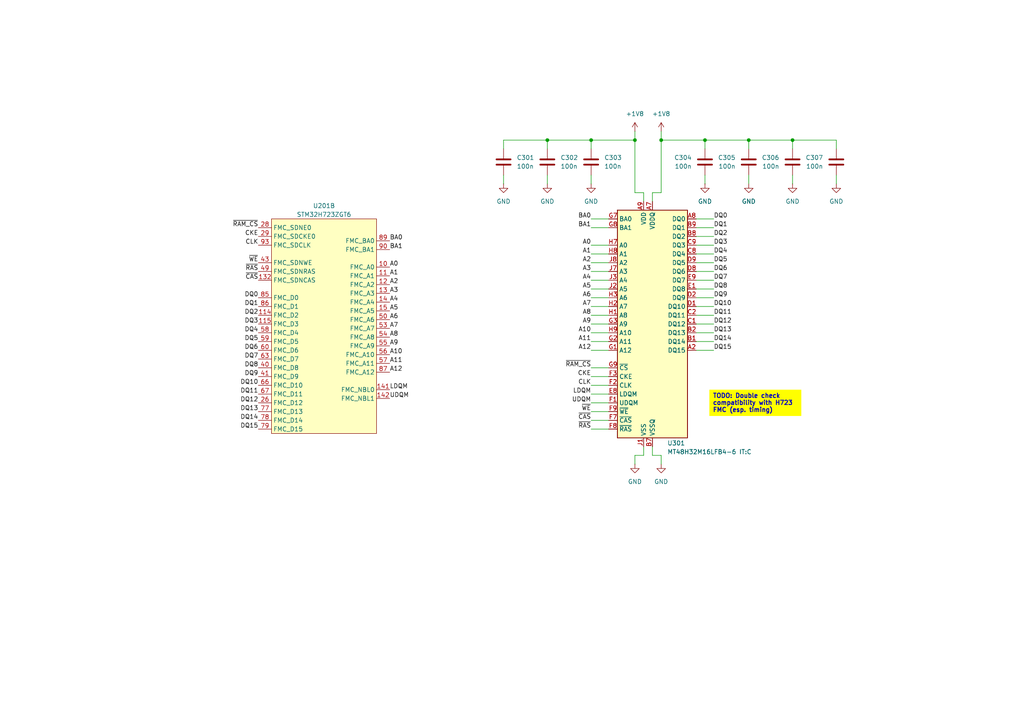
<source format=kicad_sch>
(kicad_sch (version 20231120) (generator "eeschema") (generator_version "8.0")
  (paper "A4")
  (lib_symbols
    (symbol "Device:C" (pin_numbers hide) (pin_names (offset 0.254))
      (property "Reference" "C" (at 0.635 2.54 0))
      (property "Value" "C" (at 0.635 -2.54 0))
      (symbol "C_0_1"
        (polyline (pts (xy -2.032 -0.762) (xy 2.032 -0.762)) (stroke (width 0.508)))
        (polyline (pts (xy -2.032 0.762) (xy 2.032 0.762)) (stroke (width 0.508)))
      )
      (symbol "C_1_1"
        (pin passive line (at 0 3.81 270) (length 2.794) (name "~") (number "1"))
        (pin passive line (at 0 -3.81 90) (length 2.794) (name "~") (number "2"))
      )
    )
    (symbol "FTCU:MT48H32M16LFB4-6"
      (property "Reference" "U" (at -8.89 34.29 0))
      (property "Value" "MT48H32M16LFB4-6" (at 11.684 34.544 0))
      (symbol "MT48H32M16LFB4-6_0_1"
        (rectangle (start -10.16 33.02) (end 10.16 -33.02) (stroke (width 0.254)) (fill (type background)))
      )
      (symbol "MT48H32M16LFB4-6_1_1"
        (pin passive line (at -2.54 -35.56 90) (length 2.54) hide (name "VSS") (number "A1"))
        (pin bidirectional line (at 12.7 -7.62 180) (length 2.54) (name "DQ15") (number "A2"))
        (pin passive line (at 0 -35.56 90) (length 2.54) hide (name "VSSQ") (number "A3"))
        (pin power_in line (at 0 35.56 270) (length 2.54) (name "VDDQ") (number "A7"))
        (pin bidirectional line (at 12.7 30.48 180) (length 2.54) (name "DQ0") (number "A8"))
        (pin power_in line (at -2.54 35.56 270) (length 2.54) (name "VDD") (number "A9"))
        (pin bidirectional line (at 12.7 -5.08 180) (length 2.54) (name "DQ14") (number "B1"))
        (pin bidirectional line (at 12.7 -2.54 180) (length 2.54) (name "DQ13") (number "B2"))
        (pin passive line (at 0 35.56 270) (length 2.54) hide (name "VDDQ") (number "B3"))
        (pin power_in line (at 0 -35.56 90) (length 2.54) (name "VSSQ") (number "B7"))
        (pin bidirectional line (at 12.7 25.4 180) (length 2.54) (name "DQ2") (number "B8"))
        (pin bidirectional line (at 12.7 27.94 180) (length 2.54) (name "DQ1") (number "B9"))
        (pin bidirectional line (at 12.7 0 180) (length 2.54) (name "DQ12") (number "C1"))
        (pin bidirectional line (at 12.7 2.54 180) (length 2.54) (name "DQ11") (number "C2"))
        (pin passive line (at 0 -35.56 90) (length 2.54) hide (name "VSSQ") (number "C3"))
        (pin passive line (at 0 35.56 270) (length 2.54) hide (name "VDDQ") (number "C7"))
        (pin bidirectional line (at 12.7 20.32 180) (length 2.54) (name "DQ4") (number "C8"))
        (pin bidirectional line (at 12.7 22.86 180) (length 2.54) (name "DQ3") (number "C9"))
        (pin bidirectional line (at 12.7 5.08 180) (length 2.54) (name "DQ10") (number "D1"))
        (pin bidirectional line (at 12.7 7.62 180) (length 2.54) (name "DQ9") (number "D2"))
        (pin passive line (at 0 35.56 270) (length 2.54) hide (name "VDDQ") (number "D3"))
        (pin passive line (at 0 -35.56 90) (length 2.54) hide (name "VSSQ") (number "D7"))
        (pin bidirectional line (at 12.7 15.24 180) (length 2.54) (name "DQ6") (number "D8"))
        (pin bidirectional line (at 12.7 17.78 180) (length 2.54) (name "DQ5") (number "D9"))
        (pin bidirectional line (at 12.7 10.16 180) (length 2.54) (name "DQ8") (number "E1"))
        (pin no_connect line (at 10.16 -20.32 180) (length 2.54) hide (name "DNU") (number "E2"))
        (pin passive line (at -2.54 -35.56 90) (length 2.54) hide (name "VSS") (number "E3"))
        (pin passive line (at -2.54 35.56 270) (length 2.54) hide (name "VDD") (number "E7"))
        (pin input line (at -12.7 -20.32 0) (length 2.54) (name "LDQM") (number "E8"))
        (pin bidirectional line (at 12.7 12.7 180) (length 2.54) (name "DQ7") (number "E9"))
        (pin input line (at -12.7 -22.86 0) (length 2.54) (name "UDQM") (number "F1"))
        (pin input line (at -12.7 -17.78 0) (length 2.54) (name "CLK") (number "F2"))
        (pin input line (at -12.7 -15.24 0) (length 2.54) (name "CKE") (number "F3"))
        (pin input line (at -12.7 -27.94 0) (length 2.54) (name "~{CAS}") (number "F7"))
        (pin input line (at -12.7 -30.48 0) (length 2.54) (name "~{RAS}") (number "F8"))
        (pin input line (at -12.7 -25.4 0) (length 2.54) (name "~{WE}") (number "F9"))
        (pin input line (at -12.7 -7.62 0) (length 2.54) (name "A12") (number "G1"))
        (pin input line (at -12.7 -5.08 0) (length 2.54) (name "A11") (number "G2"))
        (pin input line (at -12.7 0 0) (length 2.54) (name "A9") (number "G3"))
        (pin input line (at -12.7 30.48 0) (length 2.54) (name "BA0") (number "G7"))
        (pin input line (at -12.7 27.94 0) (length 2.54) (name "BA1") (number "G8"))
        (pin input line (at -12.7 -12.7 0) (length 2.54) (name "~{CS}") (number "G9"))
        (pin input line (at -12.7 2.54 0) (length 2.54) (name "A8") (number "H1"))
        (pin input line (at -12.7 5.08 0) (length 2.54) (name "A7") (number "H2"))
        (pin input line (at -12.7 7.62 0) (length 2.54) (name "A6") (number "H3"))
        (pin input line (at -12.7 22.86 0) (length 2.54) (name "A0") (number "H7"))
        (pin input line (at -12.7 20.32 0) (length 2.54) (name "A1") (number "H8"))
        (pin input line (at -12.7 -2.54 0) (length 2.54) (name "A10") (number "H9"))
        (pin power_in line (at -2.54 -35.56 90) (length 2.54) (name "VSS") (number "J1"))
        (pin input line (at -12.7 10.16 0) (length 2.54) (name "A5") (number "J2"))
        (pin input line (at -12.7 12.7 0) (length 2.54) (name "A4") (number "J3"))
        (pin input line (at -12.7 15.24 0) (length 2.54) (name "A3") (number "J7"))
        (pin input line (at -12.7 17.78 0) (length 2.54) (name "A2") (number "J8"))
        (pin passive line (at -2.54 35.56 270) (length 2.54) hide (name "VDD") (number "J9"))
      )
    )
    (symbol "FTCU:STM32H723ZG"
      (property "Reference" "U" (at 0 16.764 0))
      (symbol "STM32H723ZG_1_1"
        (rectangle (start -8.89 8.89) (end 7.62 -10.16) (fill (type background)))
        (pin passive line (at 1.27 12.7 270) (length 3.81) hide (name "VCAP") (number "106"))
        (pin passive line (at -1.27 -13.97 90) (length 3.81) hide (name "VSS") (number "107"))
        (pin passive line (at -6.35 12.7 270) (length 3.81) hide (name "VDD") (number "108"))
        (pin passive line (at -1.27 -13.97 90) (length 3.81) hide (name "VSS") (number "120"))
        (pin passive line (at -6.35 12.7 270) (length 3.81) hide (name "VDD") (number "121"))
        (pin passive line (at -1.27 -13.97 90) (length 3.81) hide (name "VSS") (number "130"))
        (pin passive line (at -6.35 12.7 270) (length 3.81) hide (name "VDD") (number "131"))
        (pin passive line (at -6.35 12.7 270) (length 3.81) hide (name "VDD") (number "144"))
        (pin power_in line (at -1.27 -13.97 90) (length 3.81) (name "VSS") (number "16"))
        (pin power_in line (at -6.35 12.7 270) (length 3.81) (name "VDD") (number "17"))
        (pin passive line (at -6.35 12.7 270) (length 3.81) hide (name "VDD") (number "30"))
        (pin power_in line (at 1.27 -13.97 90) (length 3.81) (name "VSSA") (number "31"))
        (pin power_out line (at 3.81 12.7 270) (length 3.81) (name "VREF+") (number "32"))
        (pin power_in line (at -3.81 12.7 270) (length 3.81) (name "VDDA") (number "33"))
        (pin passive line (at -1.27 -13.97 90) (length 3.81) hide (name "VSS") (number "38"))
        (pin passive line (at -6.35 12.7 270) (length 3.81) hide (name "VDD") (number "39"))
        (pin passive line (at -1.27 -13.97 90) (length 3.81) hide (name "VSS") (number "51"))
        (pin passive line (at -6.35 12.7 270) (length 3.81) hide (name "VDD") (number "52"))
        (pin power_in line (at 6.35 12.7 270) (length 3.81) (name "VBAT") (number "6"))
        (pin passive line (at -1.27 -13.97 90) (length 3.81) hide (name "VSS") (number "61"))
        (pin passive line (at -6.35 12.7 270) (length 3.81) hide (name "VDD") (number "62"))
        (pin power_out line (at 1.27 12.7 270) (length 3.81) (name "VCAP") (number "71"))
        (pin passive line (at -6.35 12.7 270) (length 3.81) hide (name "VDD") (number "72"))
        (pin passive line (at -1.27 -13.97 90) (length 3.81) hide (name "VSS") (number "83"))
        (pin passive line (at -6.35 12.7 270) (length 3.81) hide (name "VDD") (number "84"))
        (pin passive line (at -1.27 -13.97 90) (length 3.81) hide (name "VSS") (number "94"))
        (pin power_in line (at -1.27 12.7 270) (length 3.81) (name "VDD33USB") (number "95"))
      )
      (symbol "STM32H723ZG_2_1"
        (rectangle (start -15.24 30.48) (end 15.24 -31.75) (fill (type background)))
        (pin output line (at 19.05 16.51 180) (length 3.81) (name "FMC_A0") (number "10"))
        (pin output line (at 19.05 13.97 180) (length 3.81) (name "FMC_A1") (number "11"))
        (pin bidirectional line (at -19.05 2.54 0) (length 3.81) (name "FMC_D2") (number "114"))
        (pin bidirectional line (at -19.05 0 0) (length 3.81) (name "FMC_D3") (number "115"))
        (pin output line (at 19.05 11.43 180) (length 3.81) (name "FMC_A2") (number "12"))
        (pin output line (at 19.05 8.89 180) (length 3.81) (name "FMC_A3") (number "13"))
        (pin output line (at -19.05 12.7 0) (length 3.81) (name "FMC_SDNCAS") (number "132"))
        (pin output line (at 19.05 6.35 180) (length 3.81) (name "FMC_A4") (number "14"))
        (pin output line (at 19.05 -19.05 180) (length 3.81) (name "FMC_NBL0") (number "141"))
        (pin output line (at 19.05 -21.59 180) (length 3.81) (name "FMC_NBL1") (number "142"))
        (pin output line (at 19.05 3.81 180) (length 3.81) (name "FMC_A5") (number "15"))
        (pin bidirectional line (at -19.05 -22.86 0) (length 3.81) (name "FMC_D12") (number "26"))
        (pin output line (at -19.05 27.94 0) (length 3.81) (name "FMC_SDNE0") (number "28"))
        (pin output line (at -19.05 25.4 0) (length 3.81) (name "FMC_SDCKE0") (number "29"))
        (pin bidirectional line (at -19.05 -12.7 0) (length 3.81) (name "FMC_D8") (number "40"))
        (pin bidirectional line (at -19.05 -15.24 0) (length 3.81) (name "FMC_D9") (number "41"))
        (pin output line (at -19.05 17.78 0) (length 3.81) (name "FMC_SDNWE") (number "43"))
        (pin output line (at -19.05 15.24 0) (length 3.81) (name "FMC_SDNRAS") (number "49"))
        (pin output line (at 19.05 1.27 180) (length 3.81) (name "FMC_A6") (number "50"))
        (pin output line (at 19.05 -1.27 180) (length 3.81) (name "FMC_A7") (number "53"))
        (pin output line (at 19.05 -3.81 180) (length 3.81) (name "FMC_A8") (number "54"))
        (pin output line (at 19.05 -6.35 180) (length 3.81) (name "FMC_A9") (number "55"))
        (pin output line (at 19.05 -8.89 180) (length 3.81) (name "FMC_A10") (number "56"))
        (pin output line (at 19.05 -11.43 180) (length 3.81) (name "FMC_A11") (number "57"))
        (pin bidirectional line (at -19.05 -2.54 0) (length 3.81) (name "FMC_D4") (number "58"))
        (pin bidirectional line (at -19.05 -5.08 0) (length 3.81) (name "FMC_D5") (number "59"))
        (pin bidirectional line (at -19.05 -7.62 0) (length 3.81) (name "FMC_D6") (number "60"))
        (pin bidirectional line (at -19.05 -10.16 0) (length 3.81) (name "FMC_D7") (number "63"))
        (pin bidirectional line (at -19.05 -17.78 0) (length 3.81) (name "FMC_D10") (number "66"))
        (pin bidirectional line (at -19.05 -20.32 0) (length 3.81) (name "FMC_D11") (number "67"))
        (pin bidirectional line (at -19.05 -25.4 0) (length 3.81) (name "FMC_D13") (number "77"))
        (pin bidirectional line (at -19.05 -27.94 0) (length 3.81) (name "FMC_D14") (number "78"))
        (pin bidirectional line (at -19.05 -30.48 0) (length 3.81) (name "FMC_D15") (number "79"))
        (pin bidirectional line (at -19.05 7.62 0) (length 3.81) (name "FMC_D0") (number "85"))
        (pin bidirectional line (at -19.05 5.08 0) (length 3.81) (name "FMC_D1") (number "86"))
        (pin output line (at 19.05 -13.97 180) (length 3.81) (name "FMC_A12") (number "87"))
        (pin output line (at 19.05 24.13 180) (length 3.81) (name "FMC_BA0") (number "89"))
        (pin output line (at 19.05 21.59 180) (length 3.81) (name "FMC_BA1") (number "90"))
        (pin output line (at -19.05 22.86 0) (length 3.81) (name "FMC_SDCLK") (number "93"))
      )
      (symbol "STM32H723ZG_3_1"
        (rectangle (start -17.78 15.24) (end 17.78 -14.605) (fill (type background)))
        (pin bidirectional line (at 21.59 0 180) (length 3.81) (name "OCTOSPIM_P1_IO2") (number "1"))
        (pin bidirectional line (at -21.59 0 0) (length 3.81) (name "SDMMC1_D2") (number "111"))
        (pin bidirectional line (at -21.59 -2.54 0) (length 3.81) (name "SDMMC1_D3") (number "112"))
        (pin output line (at -21.59 12.7 0) (length 3.81) (name "SDMMC1_CK") (number "113"))
        (pin output line (at -21.59 10.16 0) (length 3.81) (name "SDMMC1_CMD") (number "116"))
        (pin input line (at -21.59 -7.62 0) (length 3.81) (name "SD_Detect") (number "117"))
        (pin output line (at 21.59 -12.7 180) (length 3.81) (name "EEPROM_WP") (number "129"))
        (pin output line (at 21.59 -7.62 180) (length 3.81) (name "I2C1_SCL") (number "136"))
        (pin tri_state line (at 21.59 -10.16 180) (length 3.81) (name "I2C1_SDA") (number "137"))
        (pin bidirectional line (at 21.59 5.08 180) (length 3.81) (name "OCTOSPIM_P1_IO0") (number "20"))
        (pin bidirectional line (at 21.59 2.54 180) (length 3.81) (name "OCTOSPIM_P1_IO1") (number "21"))
        (pin output line (at 21.59 12.7 180) (length 3.81) (name "OCTOSPIM_P1_CLK") (number "22"))
        (pin bidirectional line (at 21.59 -2.54 180) (length 3.81) (name "OCTOSPIM_P1_IO3") (number "35"))
        (pin output line (at 21.59 10.16 180) (length 3.81) (name "OCTOSPIM_P1_NCS") (number "64"))
        (pin bidirectional line (at -21.59 5.08 0) (length 3.81) (name "SDMMC1_D0") (number "98"))
        (pin bidirectional line (at -21.59 2.54 0) (length 3.81) (name "SDMMC1_D1") (number "99"))
      )
      (symbol "STM32H723ZG_4_1"
        (rectangle (start -13.97 12.7) (end 12.7 -12.7) (fill (type background)))
        (pin bidirectional line (at 16.51 7.62 180) (length 3.81) (name "DEBUG_JTMS-SWDIO") (number "105"))
        (pin input line (at 16.51 10.16 180) (length 3.81) (name "DEBUG_JTCK-SWCLK") (number "109"))
        (pin output line (at 16.51 5.08 180) (length 3.81) (name "DEBUG_JTDO-SWO") (number "133"))
        (pin input line (at 16.51 -2.54 180) (length 3.81) (name "BOOT0") (number "138"))
        (pin input line (at 16.51 -7.62 180) (length 3.81) (name "PDR_ON") (number "143"))
        (pin input line (at -17.78 -7.62 0) (length 3.81) (name "RCC_OSC_IN") (number "23"))
        (pin output line (at -17.78 -10.16 0) (length 3.81) (name "RCC_OSC_OUT") (number "24"))
        (pin bidirectional line (at 16.51 0 180) (length 3.81) (name "NRST") (number "25"))
        (pin input line (at -17.78 0 0) (length 3.81) (name "RCC_OSC32_IN") (number "8"))
        (pin output line (at -17.78 -2.54 0) (length 3.81) (name "RCC_OSC32_OUT") (number "9"))
      )
      (symbol "STM32H723ZG_5_1"
        (rectangle (start -15.24 8.89) (end 16.51 -8.89) (fill (type background)))
        (pin output line (at -19.05 -5.08 0) (length 3.81) (name "USB_Enable_Pullup") (number "101"))
        (pin input line (at -19.05 -2.54 0) (length 3.81) (name "USB_VBUS_Present") (number "102"))
        (pin bidirectional line (at -19.05 5.08 0) (length 3.81) (name "USB_OTG_HS_DM") (number "103"))
        (pin bidirectional line (at -19.05 2.54 0) (length 3.81) (name "USB_OTG_HS_DP") (number "104"))
        (pin input line (at 20.32 6.35 180) (length 3.81) (name "FDCAN1_RX") (number "139"))
        (pin output line (at 20.32 3.81 180) (length 3.81) (name "FDCAN1_TX") (number "140"))
        (pin input line (at 20.32 -3.81 180) (length 3.81) (name "FDCAN3_RX") (number "18"))
        (pin output line (at 20.32 -6.35 180) (length 3.81) (name "FDCAN3_TX") (number "19"))
        (pin input line (at 20.32 1.27 180) (length 3.81) (name "FDCAN2_RX") (number "73"))
        (pin output line (at 20.32 -1.27 180) (length 3.81) (name "FDCAN2_TX") (number "74"))
      )
      (symbol "STM32H723ZG_6_1"
        (rectangle (start -39.37 85.09) (end -22.86 21.59) (fill (type background)))
        (pin no_connect line (at -43.18 53.34 0) (length 3.81) (name "PA8") (number "100"))
        (pin no_connect line (at -43.18 50.8 0) (length 3.81) (name "PA15") (number "110"))
        (pin no_connect line (at -43.18 48.26 0) (length 3.81) (name "PD4") (number "118"))
        (pin no_connect line (at -43.18 45.72 0) (length 3.81) (name "PD5") (number "119"))
        (pin no_connect line (at -43.18 43.18 0) (length 3.81) (name "PD6") (number "122"))
        (pin no_connect line (at -43.18 40.64 0) (length 3.81) (name "PD7") (number "123"))
        (pin output line (at -19.05 34.29 180) (length 3.81) (name "STATUS1") (number "124"))
        (pin output line (at -19.05 31.75 180) (length 3.81) (name "STATUS2") (number "125"))
        (pin output line (at -19.05 29.21 180) (length 3.81) (name "STATUS3") (number "126"))
        (pin output line (at -19.05 26.67 180) (length 3.81) (name "STATUS4") (number "127"))
        (pin no_connect line (at -43.18 38.1 0) (length 3.81) (name "PG13") (number "128"))
        (pin no_connect line (at -43.18 35.56 0) (length 3.81) (name "PB4") (number "134"))
        (pin output line (at -19.05 24.13 180) (length 3.81) (name "BOOT0_CHARGE") (number "135"))
        (pin no_connect line (at -19.05 82.55 180) (length 3.81) (name "PE3") (number "2"))
        (pin no_connect line (at -19.05 69.85 180) (length 3.81) (name "PC1") (number "27"))
        (pin no_connect line (at -19.05 80.01 180) (length 3.81) (name "PE4") (number "3"))
        (pin no_connect line (at -19.05 67.31 180) (length 3.81) (name "PA0") (number "34"))
        (pin no_connect line (at -19.05 64.77 180) (length 3.81) (name "PA2") (number "36"))
        (pin no_connect line (at -19.05 62.23 180) (length 3.81) (name "PA3") (number "37"))
        (pin no_connect line (at -19.05 77.47 180) (length 3.81) (name "PE5") (number "4"))
        (pin no_connect line (at -19.05 59.69 180) (length 3.81) (name "PA6") (number "42"))
        (pin no_connect line (at -19.05 57.15 180) (length 3.81) (name "PC4") (number "44"))
        (pin no_connect line (at -19.05 54.61 180) (length 3.81) (name "PC5") (number "45"))
        (pin no_connect line (at -19.05 52.07 180) (length 3.81) (name "PB0") (number "46"))
        (pin no_connect line (at -19.05 49.53 180) (length 3.81) (name "PB1") (number "47"))
        (pin no_connect line (at -19.05 46.99 180) (length 3.81) (name "PB2") (number "48"))
        (pin no_connect line (at -19.05 74.93 180) (length 3.81) (name "PE6") (number "5"))
        (pin no_connect line (at -19.05 44.45 180) (length 3.81) (name "PE12") (number "65"))
        (pin no_connect line (at -19.05 41.91 180) (length 3.81) (name "PE15") (number "68"))
        (pin no_connect line (at -19.05 39.37 180) (length 3.81) (name "PB10") (number "69"))
        (pin no_connect line (at -19.05 72.39 180) (length 3.81) (name "PC13") (number "7"))
        (pin no_connect line (at -19.05 36.83 180) (length 3.81) (name "PB11") (number "70"))
        (pin no_connect line (at -43.18 78.74 0) (length 3.81) (name "PB14") (number "75"))
        (pin no_connect line (at -43.18 76.2 0) (length 3.81) (name "PB15") (number "76"))
        (pin no_connect line (at -43.18 73.66 0) (length 3.81) (name "PD11") (number "80"))
        (pin no_connect line (at -43.18 71.12 0) (length 3.81) (name "PD12") (number "81"))
        (pin no_connect line (at -43.18 68.58 0) (length 3.81) (name "PD13") (number "82"))
        (pin no_connect line (at -43.18 66.04 0) (length 3.81) (name "PG3") (number "88"))
        (pin no_connect line (at -43.18 63.5 0) (length 3.81) (name "PG6") (number "91"))
        (pin no_connect line (at -43.18 60.96 0) (length 3.81) (name "PG7") (number "92"))
        (pin no_connect line (at -43.18 58.42 0) (length 3.81) (name "PC6") (number "96"))
        (pin no_connect line (at -43.18 55.88 0) (length 3.81) (name "PC7") (number "97"))
      )
    )
    (symbol "power:+1V8" (power) (pin_numbers hide) (pin_names (offset 0) hide)
      (property "Value" "+1V8" (at 0 3.556 0))
      (symbol "+1V8_0_1"
        (polyline (pts (xy -0.762 1.27) (xy 0 2.54)))
        (polyline (pts (xy 0 0) (xy 0 2.54)))
        (polyline (pts (xy 0 2.54) (xy 0.762 1.27)))
      )
      (symbol "+1V8_1_1"
        (pin power_in line (at 0 0 90) (length 0) (name "~") (number "1"))
      )
    )
    (symbol "power:GND" (power) (pin_numbers hide) (pin_names (offset 0) hide)
      (property "Value" "GND" (at 0 -3.81 0))
      (symbol "GND_0_1"
        (polyline (pts (xy 0 0) (xy 0 -1.27) (xy 1.27 -1.27) (xy 0 -2.54) (xy -1.27 -1.27) (xy 0 -1.27)))
      )
      (symbol "GND_1_1"
        (pin power_in line (at 0 0 270) (length 0) (name "~") (number "1"))
      )
    )
  )
  (junction (at 171.45 40.64))
  (junction (at 204.47 40.64))
  (junction (at 184.15 40.64))
  (junction (at 217.17 40.64))
  (junction (at 158.75 40.64))
  (junction (at 191.77 40.64))
  (junction (at 229.87 40.64))
  (wire (pts (xy 207.01 99.06) (xy 201.93 99.06)))
  (wire (pts (xy 158.75 40.64) (xy 146.05 40.64)))
  (wire (pts (xy 207.01 63.5) (xy 201.93 63.5)))
  (wire (pts (xy 217.17 40.64) (xy 229.87 40.64)))
  (wire (pts (xy 171.45 78.74) (xy 176.53 78.74)))
  (wire (pts (xy 207.01 76.2) (xy 201.93 76.2)))
  (wire (pts (xy 229.87 40.64) (xy 242.57 40.64)))
  (wire (pts (xy 171.45 40.64) (xy 158.75 40.64)))
  (wire (pts (xy 171.45 114.3) (xy 176.53 114.3)))
  (wire (pts (xy 204.47 40.64) (xy 204.47 43.18)))
  (wire (pts (xy 171.45 86.36) (xy 176.53 86.36)))
  (wire (pts (xy 189.23 58.42) (xy 189.23 55.88)))
  (wire (pts (xy 171.45 40.64) (xy 171.45 43.18)))
  (wire (pts (xy 171.45 93.98) (xy 176.53 93.98)))
  (wire (pts (xy 171.45 101.6) (xy 176.53 101.6)))
  (wire (pts (xy 204.47 50.8) (xy 204.47 53.34)))
  (wire (pts (xy 171.45 109.22) (xy 176.53 109.22)))
  (wire (pts (xy 207.01 86.36) (xy 201.93 86.36)))
  (wire (pts (xy 217.17 40.64) (xy 217.17 43.18)))
  (wire (pts (xy 186.69 55.88) (xy 184.15 55.88)))
  (wire (pts (xy 207.01 81.28) (xy 201.93 81.28)))
  (wire (pts (xy 186.69 58.42) (xy 186.69 55.88)))
  (wire (pts (xy 171.45 76.2) (xy 176.53 76.2)))
  (wire (pts (xy 171.45 73.66) (xy 176.53 73.66)))
  (wire (pts (xy 242.57 40.64) (xy 242.57 43.18)))
  (wire (pts (xy 229.87 40.64) (xy 229.87 43.18)))
  (wire (pts (xy 207.01 83.82) (xy 201.93 83.82)))
  (wire (pts (xy 158.75 40.64) (xy 158.75 43.18)))
  (wire (pts (xy 171.45 99.06) (xy 176.53 99.06)))
  (wire (pts (xy 171.45 63.5) (xy 176.53 63.5)))
  (wire (pts (xy 171.45 71.12) (xy 176.53 71.12)))
  (wire (pts (xy 207.01 73.66) (xy 201.93 73.66)))
  (wire (pts (xy 204.47 40.64) (xy 217.17 40.64)))
  (wire (pts (xy 207.01 101.6) (xy 201.93 101.6)))
  (wire (pts (xy 207.01 91.44) (xy 201.93 91.44)))
  (wire (pts (xy 217.17 50.8) (xy 217.17 53.34)))
  (wire (pts (xy 171.45 96.52) (xy 176.53 96.52)))
  (wire (pts (xy 207.01 96.52) (xy 201.93 96.52)))
  (wire (pts (xy 171.45 124.46) (xy 176.53 124.46)))
  (wire (pts (xy 171.45 106.68) (xy 176.53 106.68)))
  (wire (pts (xy 186.69 132.08) (xy 184.15 132.08)))
  (wire (pts (xy 184.15 40.64) (xy 171.45 40.64)))
  (wire (pts (xy 207.01 66.04) (xy 201.93 66.04)))
  (wire (pts (xy 146.05 40.64) (xy 146.05 43.18)))
  (wire (pts (xy 171.45 66.04) (xy 176.53 66.04)))
  (wire (pts (xy 184.15 55.88) (xy 184.15 40.64)))
  (wire (pts (xy 171.45 111.76) (xy 176.53 111.76)))
  (wire (pts (xy 189.23 129.54) (xy 189.23 132.08)))
  (wire (pts (xy 207.01 68.58) (xy 201.93 68.58)))
  (wire (pts (xy 171.45 81.28) (xy 176.53 81.28)))
  (wire (pts (xy 229.87 50.8) (xy 229.87 53.34)))
  (wire (pts (xy 158.75 50.8) (xy 158.75 53.34)))
  (wire (pts (xy 171.45 121.92) (xy 176.53 121.92)))
  (wire (pts (xy 171.45 88.9) (xy 176.53 88.9)))
  (wire (pts (xy 207.01 71.12) (xy 201.93 71.12)))
  (wire (pts (xy 171.45 116.84) (xy 176.53 116.84)))
  (wire (pts (xy 184.15 132.08) (xy 184.15 134.62)))
  (wire (pts (xy 191.77 132.08) (xy 191.77 134.62)))
  (wire (pts (xy 207.01 88.9) (xy 201.93 88.9)))
  (wire (pts (xy 186.69 129.54) (xy 186.69 132.08)))
  (wire (pts (xy 171.45 83.82) (xy 176.53 83.82)))
  (wire (pts (xy 171.45 50.8) (xy 171.45 53.34)))
  (wire (pts (xy 171.45 91.44) (xy 176.53 91.44)))
  (wire (pts (xy 171.45 119.38) (xy 176.53 119.38)))
  (wire (pts (xy 189.23 132.08) (xy 191.77 132.08)))
  (wire (pts (xy 146.05 50.8) (xy 146.05 53.34)))
  (wire (pts (xy 242.57 50.8) (xy 242.57 53.34)))
  (wire (pts (xy 191.77 40.64) (xy 204.47 40.64)))
  (wire (pts (xy 191.77 55.88) (xy 191.77 40.64)))
  (wire (pts (xy 191.77 40.64) (xy 191.77 38.1)))
  (wire (pts (xy 184.15 40.64) (xy 184.15 38.1)))
  (wire (pts (xy 207.01 93.98) (xy 201.93 93.98)))
  (wire (pts (xy 207.01 78.74) (xy 201.93 78.74)))
  (wire (pts (xy 189.23 55.88) (xy 191.77 55.88)))
  (text_box "TODO: Double check compatibility with H723 FMC (esp. timing)" (at 205.74 113.03 0) (size 26.67 7.62) (stroke (width -0.0001)) (fill (type color) (color 255 255 0 1)) (effects (font (size 1.27 1.27) (thickness 0.254) (bold yes)) (justify left top)))
  (label "DQ8" (at 74.93 106.68 180))
  (label "A12" (at 113.03 107.95 0))
  (label "UDQM" (at 171.45 116.84 180))
  (label "A8" (at 113.03 97.79 0))
  (label "DQ8" (at 207.01 83.82 0))
  (label "DQ6" (at 207.01 78.74 0))
  (label "A10" (at 113.03 102.87 0))
  (label "A9" (at 171.45 93.98 180))
  (label "DQ15" (at 207.01 101.6 0))
  (label "DQ10" (at 207.01 88.9 0))
  (label "DQ14" (at 74.93 121.92 180))
  (label "BA0" (at 171.45 63.5 180) (effects (font (thickness 0.1588))))
  (label "UDQM" (at 113.03 115.57 0))
  (label "DQ14" (at 207.01 99.06 0))
  (label "A8" (at 171.45 91.44 180))
  (label "DQ10" (at 74.93 111.76 180))
  (label "BA1" (at 113.03 72.39 0) (effects (font (thickness 0.1588))))
  (label "DQ0" (at 74.93 86.36 180))
  (label "DQ4" (at 74.93 96.52 180))
  (label "~{RAS}" (at 74.93 78.74 180))
  (label "A6" (at 171.45 86.36 180))
  (label "CLK" (at 74.93 71.12 180))
  (label "DQ5" (at 207.01 76.2 0))
  (label "A0" (at 113.03 77.47 0) (effects (font (thickness 0.1588))))
  (label "A1" (at 113.03 80.01 0))
  (label "DQ2" (at 207.01 68.58 0))
  (label "~{WE}" (at 74.93 76.2 180))
  (label "~{CAS}" (at 74.93 81.28 180))
  (label "A3" (at 113.03 85.09 0))
  (label "DQ12" (at 207.01 93.98 0))
  (label "~{WE}" (at 171.45 119.38 180))
  (label "CLK" (at 171.45 111.76 180))
  (label "DQ9" (at 74.93 109.22 180))
  (label "CKE" (at 171.45 109.22 180))
  (label "A10" (at 171.45 96.52 180))
  (label "A2" (at 113.03 82.55 0))
  (label "CKE" (at 74.93 68.58 180))
  (label "DQ5" (at 74.93 99.06 180))
  (label "BA0" (at 113.03 69.85 0) (effects (font (thickness 0.1588))))
  (label "DQ15" (at 74.93 124.46 180))
  (label "DQ13" (at 207.01 96.52 0))
  (label "A11" (at 113.03 105.41 0))
  (label "A7" (at 171.45 88.9 180))
  (label "DQ9" (at 207.01 86.36 0))
  (label "A4" (at 113.03 87.63 0))
  (label "DQ6" (at 74.93 101.6 180))
  (label "A3" (at 171.45 78.74 180))
  (label "~{RAS}" (at 171.45 124.46 180))
  (label "DQ3" (at 207.01 71.12 0))
  (label "DQ12" (at 74.93 116.84 180))
  (label "LDQM" (at 171.45 114.3 180))
  (label "A5" (at 113.03 90.17 0))
  (label "DQ2" (at 74.93 91.44 180))
  (label "DQ1" (at 207.01 66.04 0))
  (label "A4" (at 171.45 81.28 180))
  (label "A9" (at 113.03 100.33 0))
  (label "~{CAS}" (at 171.45 121.92 180))
  (label "DQ1" (at 74.93 88.9 180))
  (label "BA1" (at 171.45 66.04 180) (effects (font (thickness 0.1588))))
  (label "~{RAM_CS}" (at 171.45 106.68 180))
  (label "A11" (at 171.45 99.06 180))
  (label "DQ7" (at 207.01 81.28 0))
  (label "~{RAM_CS}" (at 74.93 66.04 180))
  (label "A7" (at 113.03 95.25 0))
  (label "DQ0" (at 207.01 63.5 0))
  (label "A6" (at 113.03 92.71 0))
  (label "DQ3" (at 74.93 93.98 180))
  (label "DQ7" (at 74.93 104.14 180))
  (label "A1" (at 171.45 73.66 180))
  (label "LDQM" (at 113.03 113.03 0))
  (label "A2" (at 171.45 76.2 180))
  (label "DQ11" (at 74.93 114.3 180))
  (label "A12" (at 171.45 101.6 180))
  (label "DQ13" (at 74.93 119.38 180))
  (label "DQ11" (at 207.01 91.44 0))
  (label "A0" (at 171.45 71.12 180) (effects (font (thickness 0.1588))))
  (label "DQ4" (at 207.01 73.66 0))
  (label "A5" (at 171.45 83.82 180))
  (symbol (lib_id "Device:C") (at 204.47 46.99 0) (mirror x) (unit 1)
    (property "Reference" "C304" (at 200.66 45.7199 0) (effects (justify right)))
    (property "Value" "100n" (at 200.66 48.2599 0) (effects (justify right)))
    (property "Footprint" "Capacitor_SMD:C_0402_1005Metric" (effects (hide yes)))
    (property "Description" "Unpolarized capacitor" (effects (hide yes)))
  )
  (symbol (lib_id "power:+1V8") (at 191.77 38.1 0) (unit 1)
    (property "Reference" "#PWR0302" (effects (hide yes)))
    (property "Value" "+1V8" (at 191.77 33.02 0))
    (property "Description" "Power symbol creates a global label with name \"+1V8\"" (effects (hide yes)))
  )
  (symbol (lib_id "power:GND") (at 191.77 134.62 0) (unit 1)
    (property "Reference" "#PWR0311" (effects (hide yes)))
    (property "Value" "GND" (at 191.77 139.7 0))
    (property "Description" "Power symbol creates a global label with name \"GND\" , ground" (effects (hide yes)))
  )
  (symbol (lib_id "Device:C") (at 242.57 46.99 0) (mirror x) (unit 1)
    (property "Reference" "C307" (at 238.76 45.7199 0) (effects (justify right)))
    (property "Value" "100n" (at 238.76 48.2599 0) (effects (justify right)))
    (property "Footprint" "Capacitor_SMD:C_0402_1005Metric" (effects (hide yes)))
    (property "Description" "Unpolarized capacitor" (effects (hide yes)))
  )
  (symbol (lib_id "Device:C") (at 158.75 46.99 180) (unit 1)
    (property "Reference" "C302" (at 162.56 45.7199 0) (effects (justify right)))
    (property "Value" "100n" (at 162.56 48.2599 0) (effects (justify right)))
    (property "Footprint" "Capacitor_SMD:C_0402_1005Metric" (effects (hide yes)))
    (property "Description" "Unpolarized capacitor" (effects (hide yes)))
  )
  (symbol (lib_id "power:GND") (at 158.75 53.34 0) (unit 1)
    (property "Reference" "#PWR0304" (effects (hide yes)))
    (property "Value" "GND" (at 158.75 58.42 0))
    (property "Description" "Power symbol creates a global label with name \"GND\" , ground" (effects (hide yes)))
  )
  (symbol (lib_id "power:GND") (at 204.47 53.34 0) (mirror y) (unit 1)
    (property "Reference" "#PWR0306" (effects (hide yes)))
    (property "Value" "GND" (at 204.47 58.42 0))
    (property "Description" "Power symbol creates a global label with name \"GND\" , ground" (effects (hide yes)))
  )
  (symbol (lib_id "FTCU:STM32H723ZG") (at 93.98 93.98 0) (unit 2)
    (property "Reference" "U201" (at 93.98 59.69 0))
    (property "Value" "STM32H723ZGT6" (at 93.98 62.23 0))
    (property "Footprint" "Package_QFP:LQFP-144_20x20mm_P0.5mm" (effects (hide yes)))
    (property "Datasheet" "https://www.st.com/resource/en/datasheet/stm32h723zg.pdf" (effects (hide yes)))
  )
  (symbol (lib_id "Device:C") (at 146.05 46.99 180) (unit 1)
    (property "Reference" "C301" (at 149.86 45.7199 0) (effects (justify right)))
    (property "Value" "100n" (at 149.86 48.2599 0) (effects (justify right)))
    (property "Footprint" "Capacitor_SMD:C_0402_1005Metric" (effects (hide yes)))
    (property "Description" "Unpolarized capacitor" (effects (hide yes)))
  )
  (symbol (lib_id "power:+1V8") (at 184.15 38.1 0) (unit 1)
    (property "Reference" "#PWR0301" (effects (hide yes)))
    (property "Value" "+1V8" (at 184.15 33.02 0))
    (property "Description" "Power symbol creates a global label with name \"+1V8\"" (effects (hide yes)))
  )
  (symbol (lib_id "power:GND") (at 171.45 53.34 0) (unit 1)
    (property "Reference" "#PWR0305" (effects (hide yes)))
    (property "Value" "GND" (at 171.45 58.42 0))
    (property "Description" "Power symbol creates a global label with name \"GND\" , ground" (effects (hide yes)))
  )
  (symbol (lib_id "power:GND") (at 146.05 53.34 0) (unit 1)
    (property "Reference" "#PWR0303" (effects (hide yes)))
    (property "Value" "GND" (at 146.05 58.42 0))
    (property "Description" "Power symbol creates a global label with name \"GND\" , ground" (effects (hide yes)))
  )
  (symbol (lib_id "Device:C") (at 171.45 46.99 180) (unit 1)
    (property "Reference" "C303" (at 175.26 45.7199 0) (effects (justify right)))
    (property "Value" "100n" (at 175.26 48.2599 0) (effects (justify right)))
    (property "Footprint" "Capacitor_SMD:C_0402_1005Metric" (effects (hide yes)))
    (property "Description" "Unpolarized capacitor" (effects (hide yes)))
  )
  (symbol (lib_id "power:GND") (at 229.87 53.34 0) (mirror y) (unit 1)
    (property "Reference" "#PWR0308" (effects (hide yes)))
    (property "Value" "GND" (at 229.87 58.42 0))
    (property "Description" "Power symbol creates a global label with name \"GND\" , ground" (effects (hide yes)))
  )
  (symbol (lib_id "Device:C") (at 217.17 46.99 0) (mirror x) (unit 1)
    (property "Reference" "C305" (at 213.36 45.7199 0) (effects (justify right)))
    (property "Value" "100n" (at 213.36 48.2599 0) (effects (justify right)))
    (property "Footprint" "Capacitor_SMD:C_0402_1005Metric" (effects (hide yes)))
    (property "Description" "Unpolarized capacitor" (effects (hide yes)))
  )
  (symbol (lib_id "power:GND") (at 184.15 134.62 0) (unit 1)
    (property "Reference" "#PWR0310" (effects (hide yes)))
    (property "Value" "GND" (at 184.15 139.7 0))
    (property "Description" "Power symbol creates a global label with name \"GND\" , ground" (effects (hide yes)))
  )
  (symbol (lib_id "power:GND") (at 242.57 53.34 0) (mirror y) (unit 1)
    (property "Reference" "#PWR0309" (effects (hide yes)))
    (property "Value" "GND" (at 242.57 58.42 0))
    (property "Description" "Power symbol creates a global label with name \"GND\" , ground" (effects (hide yes)))
  )
  (symbol (lib_id "Device:C") (at 229.87 46.99 0) (mirror x) (unit 1)
    (property "Reference" "C306" (at 226.06 45.7199 0) (effects (justify right)))
    (property "Value" "100n" (at 226.06 48.2599 0) (effects (justify right)))
    (property "Footprint" "Capacitor_SMD:C_0402_1005Metric" (effects (hide yes)))
    (property "Description" "Unpolarized capacitor" (effects (hide yes)))
  )
  (symbol (lib_id "power:GND") (at 217.17 53.34 0) (mirror y) (unit 1)
    (property "Reference" "#PWR0307" (effects (hide yes)))
    (property "Value" "GND" (at 217.17 58.42 0))
    (property "Description" "Power symbol creates a global label with name \"GND\" , ground" (effects (hide yes)))
  )
  (symbol (lib_id "FTCU:MT48H32M16LFB4-6") (at 189.23 93.98 0) (unit 1)
    (property "Reference" "U301" (at 193.548 128.524 0) (effects (justify left)))
    (property "Value" "MT48H32M16LFB4-6 IT:C" (at 193.548 131.064 0) (effects (justify left)))
    (property "Footprint" "FTCU:Micron_VFBGA-54_8x8mm_P0.8mm" (effects (hide yes)))
    (property "Datasheet" "https://wmsc.lcsc.com/wmsc/upload/file/pdf/v2/lcsc/2403291624_Micron-Tech-MT48H32M16LFB4-6-IT-C-TR_C2061935.pdf" (effects (hide yes)))
    (property "Description" "512M – (32M x 16 bit) Synchronous DRAM (SDRAM), VFBGA-54" (effects (hide yes)))
  )
)
</source>
